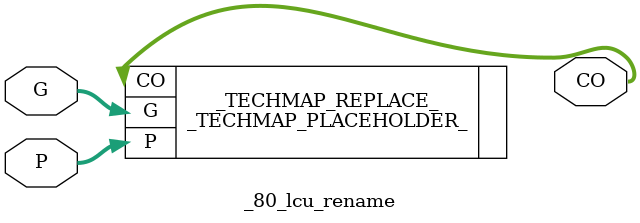
<source format=v>
(* techmap_celltype="LCU" *)
module _80_lcu_rename(P, G, CO);
	parameter WIDTH = 2;

	(* force_downto *)
	input wire [WIDTH-1:0] P;
	(* force_downto *)
	input wire [WIDTH-1:0] G;
	(* force_downto *)
	output wire [WIDTH-1:0] CO;

	(* unmapped_operator *)
	(* implements_operator=$sformatf("LCU_%0d", WIDTH) *)
	(* techmap_chtype=$sformatf("LCU_%0d_KOGGE_STONE", WIDTH) *)
	_TECHMAP_PLACEHOLDER_ _TECHMAP_REPLACE_(.P(P), .G(G), .CO(CO));
endmodule

</source>
